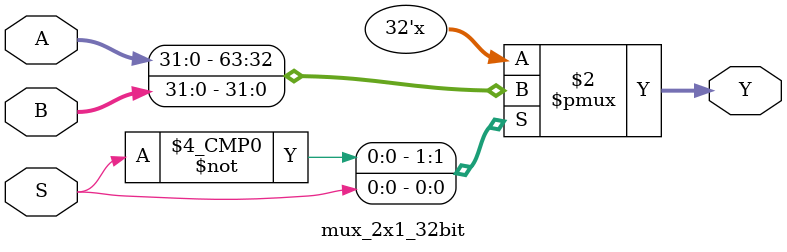
<source format=v>
module mux_2x1_32bit (Y, S, A, B);
	
	//Inputs
	input wire [31:0] A,B;
	input wire S;

	//Outputs
	output reg [31:0] Y;


	//Test for selection bit
	always @ (S,A,B)

	case(S)
		1'b0:	Y=A;
		1'b1:	Y=B;

	endcase // S

endmodule // mux_8x1_32bit
</source>
